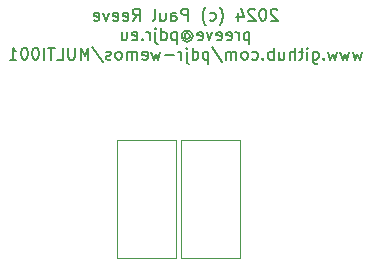
<source format=gbo>
%TF.GenerationSoftware,KiCad,Pcbnew,(5.1.9-0-10_14)*%
%TF.CreationDate,2024-01-23T16:21:58+01:00*%
%TF.ProjectId,mains-psu,6d61696e-732d-4707-9375-2e6b69636164,rev?*%
%TF.SameCoordinates,Original*%
%TF.FileFunction,Legend,Bot*%
%TF.FilePolarity,Positive*%
%FSLAX46Y46*%
G04 Gerber Fmt 4.6, Leading zero omitted, Abs format (unit mm)*
G04 Created by KiCad (PCBNEW (5.1.9-0-10_14)) date 2024-01-23 16:21:58*
%MOMM*%
%LPD*%
G01*
G04 APERTURE LIST*
%ADD10C,0.150000*%
%ADD11C,0.120000*%
G04 APERTURE END LIST*
D10*
X7785714Y2102380D02*
X7738095Y2150000D01*
X7642857Y2197619D01*
X7404761Y2197619D01*
X7309523Y2150000D01*
X7261904Y2102380D01*
X7214285Y2007142D01*
X7214285Y1911904D01*
X7261904Y1769047D01*
X7833333Y1197619D01*
X7214285Y1197619D01*
X6595238Y2197619D02*
X6500000Y2197619D01*
X6404761Y2150000D01*
X6357142Y2102380D01*
X6309523Y2007142D01*
X6261904Y1816666D01*
X6261904Y1578571D01*
X6309523Y1388095D01*
X6357142Y1292857D01*
X6404761Y1245238D01*
X6500000Y1197619D01*
X6595238Y1197619D01*
X6690476Y1245238D01*
X6738095Y1292857D01*
X6785714Y1388095D01*
X6833333Y1578571D01*
X6833333Y1816666D01*
X6785714Y2007142D01*
X6738095Y2102380D01*
X6690476Y2150000D01*
X6595238Y2197619D01*
X5880952Y2102380D02*
X5833333Y2150000D01*
X5738095Y2197619D01*
X5500000Y2197619D01*
X5404761Y2150000D01*
X5357142Y2102380D01*
X5309523Y2007142D01*
X5309523Y1911904D01*
X5357142Y1769047D01*
X5928571Y1197619D01*
X5309523Y1197619D01*
X4452380Y1864285D02*
X4452380Y1197619D01*
X4690476Y2245238D02*
X4928571Y1530952D01*
X4309523Y1530952D01*
X2880952Y816666D02*
X2928571Y864285D01*
X3023809Y1007142D01*
X3071428Y1102380D01*
X3119047Y1245238D01*
X3166666Y1483333D01*
X3166666Y1673809D01*
X3119047Y1911904D01*
X3071428Y2054761D01*
X3023809Y2150000D01*
X2928571Y2292857D01*
X2880952Y2340476D01*
X2071428Y1245238D02*
X2166666Y1197619D01*
X2357142Y1197619D01*
X2452380Y1245238D01*
X2500000Y1292857D01*
X2547619Y1388095D01*
X2547619Y1673809D01*
X2500000Y1769047D01*
X2452380Y1816666D01*
X2357142Y1864285D01*
X2166666Y1864285D01*
X2071428Y1816666D01*
X1738095Y816666D02*
X1690476Y864285D01*
X1595238Y1007142D01*
X1547619Y1102380D01*
X1500000Y1245238D01*
X1452380Y1483333D01*
X1452380Y1673809D01*
X1500000Y1911904D01*
X1547619Y2054761D01*
X1595238Y2150000D01*
X1690476Y2292857D01*
X1738095Y2340476D01*
X214285Y1197619D02*
X214285Y2197619D01*
X-166666Y2197619D01*
X-261904Y2150000D01*
X-309523Y2102380D01*
X-357142Y2007142D01*
X-357142Y1864285D01*
X-309523Y1769047D01*
X-261904Y1721428D01*
X-166666Y1673809D01*
X214285Y1673809D01*
X-1214285Y1197619D02*
X-1214285Y1721428D01*
X-1166666Y1816666D01*
X-1071428Y1864285D01*
X-880952Y1864285D01*
X-785714Y1816666D01*
X-1214285Y1245238D02*
X-1119047Y1197619D01*
X-880952Y1197619D01*
X-785714Y1245238D01*
X-738095Y1340476D01*
X-738095Y1435714D01*
X-785714Y1530952D01*
X-880952Y1578571D01*
X-1119047Y1578571D01*
X-1214285Y1626190D01*
X-2119047Y1864285D02*
X-2119047Y1197619D01*
X-1690476Y1864285D02*
X-1690476Y1340476D01*
X-1738095Y1245238D01*
X-1833333Y1197619D01*
X-1976190Y1197619D01*
X-2071428Y1245238D01*
X-2119047Y1292857D01*
X-2738095Y1197619D02*
X-2642857Y1245238D01*
X-2595238Y1340476D01*
X-2595238Y2197619D01*
X-4452380Y1197619D02*
X-4119047Y1673809D01*
X-3880952Y1197619D02*
X-3880952Y2197619D01*
X-4261904Y2197619D01*
X-4357142Y2150000D01*
X-4404761Y2102380D01*
X-4452380Y2007142D01*
X-4452380Y1864285D01*
X-4404761Y1769047D01*
X-4357142Y1721428D01*
X-4261904Y1673809D01*
X-3880952Y1673809D01*
X-5261904Y1245238D02*
X-5166666Y1197619D01*
X-4976190Y1197619D01*
X-4880952Y1245238D01*
X-4833333Y1340476D01*
X-4833333Y1721428D01*
X-4880952Y1816666D01*
X-4976190Y1864285D01*
X-5166666Y1864285D01*
X-5261904Y1816666D01*
X-5309523Y1721428D01*
X-5309523Y1626190D01*
X-4833333Y1530952D01*
X-6119047Y1245238D02*
X-6023809Y1197619D01*
X-5833333Y1197619D01*
X-5738095Y1245238D01*
X-5690476Y1340476D01*
X-5690476Y1721428D01*
X-5738095Y1816666D01*
X-5833333Y1864285D01*
X-6023809Y1864285D01*
X-6119047Y1816666D01*
X-6166666Y1721428D01*
X-6166666Y1626190D01*
X-5690476Y1530952D01*
X-6499999Y1864285D02*
X-6738095Y1197619D01*
X-6976190Y1864285D01*
X-7738095Y1245238D02*
X-7642857Y1197619D01*
X-7452380Y1197619D01*
X-7357142Y1245238D01*
X-7309523Y1340476D01*
X-7309523Y1721428D01*
X-7357142Y1816666D01*
X-7452380Y1864285D01*
X-7642857Y1864285D01*
X-7738095Y1816666D01*
X-7785714Y1721428D01*
X-7785714Y1626190D01*
X-7309523Y1530952D01*
X5404761Y214285D02*
X5404761Y-785714D01*
X5404761Y166666D02*
X5309523Y214285D01*
X5119047Y214285D01*
X5023809Y166666D01*
X4976190Y119047D01*
X4928571Y23809D01*
X4928571Y-261904D01*
X4976190Y-357142D01*
X5023809Y-404761D01*
X5119047Y-452380D01*
X5309523Y-452380D01*
X5404761Y-404761D01*
X4500000Y-452380D02*
X4500000Y214285D01*
X4500000Y23809D02*
X4452380Y119047D01*
X4404761Y166666D01*
X4309523Y214285D01*
X4214285Y214285D01*
X3500000Y-404761D02*
X3595238Y-452380D01*
X3785714Y-452380D01*
X3880952Y-404761D01*
X3928571Y-309523D01*
X3928571Y71428D01*
X3880952Y166666D01*
X3785714Y214285D01*
X3595238Y214285D01*
X3500000Y166666D01*
X3452380Y71428D01*
X3452380Y-23809D01*
X3928571Y-119047D01*
X2642857Y-404761D02*
X2738095Y-452380D01*
X2928571Y-452380D01*
X3023809Y-404761D01*
X3071428Y-309523D01*
X3071428Y71428D01*
X3023809Y166666D01*
X2928571Y214285D01*
X2738095Y214285D01*
X2642857Y166666D01*
X2595238Y71428D01*
X2595238Y-23809D01*
X3071428Y-119047D01*
X2261904Y214285D02*
X2023809Y-452380D01*
X1785714Y214285D01*
X1023809Y-404761D02*
X1119047Y-452380D01*
X1309523Y-452380D01*
X1404761Y-404761D01*
X1452380Y-309523D01*
X1452380Y71428D01*
X1404761Y166666D01*
X1309523Y214285D01*
X1119047Y214285D01*
X1023809Y166666D01*
X976190Y71428D01*
X976190Y-23809D01*
X1452380Y-119047D01*
X-71428Y23809D02*
X-23809Y71428D01*
X71428Y119047D01*
X166666Y119047D01*
X261904Y71428D01*
X309523Y23809D01*
X357142Y-71428D01*
X357142Y-166666D01*
X309523Y-261904D01*
X261904Y-309523D01*
X166666Y-357142D01*
X71428Y-357142D01*
X-23809Y-309523D01*
X-71428Y-261904D01*
X-71428Y119047D02*
X-71428Y-261904D01*
X-119047Y-309523D01*
X-166666Y-309523D01*
X-261904Y-261904D01*
X-309523Y-166666D01*
X-309523Y71428D01*
X-214285Y214285D01*
X-71428Y309523D01*
X119047Y357142D01*
X309523Y309523D01*
X452380Y214285D01*
X547619Y71428D01*
X595238Y-119047D01*
X547619Y-309523D01*
X452380Y-452380D01*
X309523Y-547619D01*
X119047Y-595238D01*
X-71428Y-547619D01*
X-214285Y-452380D01*
X-738095Y214285D02*
X-738095Y-785714D01*
X-738095Y166666D02*
X-833333Y214285D01*
X-1023809Y214285D01*
X-1119047Y166666D01*
X-1166666Y119047D01*
X-1214285Y23809D01*
X-1214285Y-261904D01*
X-1166666Y-357142D01*
X-1119047Y-404761D01*
X-1023809Y-452380D01*
X-833333Y-452380D01*
X-738095Y-404761D01*
X-2071428Y-452380D02*
X-2071428Y547619D01*
X-2071428Y-404761D02*
X-1976190Y-452380D01*
X-1785714Y-452380D01*
X-1690476Y-404761D01*
X-1642857Y-357142D01*
X-1595238Y-261904D01*
X-1595238Y23809D01*
X-1642857Y119047D01*
X-1690476Y166666D01*
X-1785714Y214285D01*
X-1976190Y214285D01*
X-2071428Y166666D01*
X-2547619Y214285D02*
X-2547619Y-642857D01*
X-2499999Y-738095D01*
X-2404761Y-785714D01*
X-2357142Y-785714D01*
X-2547619Y547619D02*
X-2499999Y500000D01*
X-2547619Y452380D01*
X-2595238Y500000D01*
X-2547619Y547619D01*
X-2547619Y452380D01*
X-3023809Y-452380D02*
X-3023809Y214285D01*
X-3023809Y23809D02*
X-3071428Y119047D01*
X-3119047Y166666D01*
X-3214285Y214285D01*
X-3309523Y214285D01*
X-3642857Y-357142D02*
X-3690476Y-404761D01*
X-3642857Y-452380D01*
X-3595238Y-404761D01*
X-3642857Y-357142D01*
X-3642857Y-452380D01*
X-4499999Y-404761D02*
X-4404761Y-452380D01*
X-4214285Y-452380D01*
X-4119047Y-404761D01*
X-4071428Y-309523D01*
X-4071428Y71428D01*
X-4119047Y166666D01*
X-4214285Y214285D01*
X-4404761Y214285D01*
X-4499999Y166666D01*
X-4547619Y71428D01*
X-4547619Y-23809D01*
X-4071428Y-119047D01*
X-5404761Y214285D02*
X-5404761Y-452380D01*
X-4976190Y214285D02*
X-4976190Y-309523D01*
X-5023809Y-404761D01*
X-5119047Y-452380D01*
X-5261904Y-452380D01*
X-5357142Y-404761D01*
X-5404761Y-357142D01*
X14928571Y-1435714D02*
X14738095Y-2102380D01*
X14547619Y-1626190D01*
X14357142Y-2102380D01*
X14166666Y-1435714D01*
X13880952Y-1435714D02*
X13690476Y-2102380D01*
X13500000Y-1626190D01*
X13309523Y-2102380D01*
X13119047Y-1435714D01*
X12833333Y-1435714D02*
X12642857Y-2102380D01*
X12452380Y-1626190D01*
X12261904Y-2102380D01*
X12071428Y-1435714D01*
X11690476Y-2007142D02*
X11642857Y-2054761D01*
X11690476Y-2102380D01*
X11738095Y-2054761D01*
X11690476Y-2007142D01*
X11690476Y-2102380D01*
X10785714Y-1435714D02*
X10785714Y-2245238D01*
X10833333Y-2340476D01*
X10880952Y-2388095D01*
X10976190Y-2435714D01*
X11119047Y-2435714D01*
X11214285Y-2388095D01*
X10785714Y-2054761D02*
X10880952Y-2102380D01*
X11071428Y-2102380D01*
X11166666Y-2054761D01*
X11214285Y-2007142D01*
X11261904Y-1911904D01*
X11261904Y-1626190D01*
X11214285Y-1530952D01*
X11166666Y-1483333D01*
X11071428Y-1435714D01*
X10880952Y-1435714D01*
X10785714Y-1483333D01*
X10309523Y-2102380D02*
X10309523Y-1435714D01*
X10309523Y-1102380D02*
X10357142Y-1150000D01*
X10309523Y-1197619D01*
X10261904Y-1150000D01*
X10309523Y-1102380D01*
X10309523Y-1197619D01*
X9976190Y-1435714D02*
X9595238Y-1435714D01*
X9833333Y-1102380D02*
X9833333Y-1959523D01*
X9785714Y-2054761D01*
X9690476Y-2102380D01*
X9595238Y-2102380D01*
X9261904Y-2102380D02*
X9261904Y-1102380D01*
X8833333Y-2102380D02*
X8833333Y-1578571D01*
X8880952Y-1483333D01*
X8976190Y-1435714D01*
X9119047Y-1435714D01*
X9214285Y-1483333D01*
X9261904Y-1530952D01*
X7928571Y-1435714D02*
X7928571Y-2102380D01*
X8357142Y-1435714D02*
X8357142Y-1959523D01*
X8309523Y-2054761D01*
X8214285Y-2102380D01*
X8071428Y-2102380D01*
X7976190Y-2054761D01*
X7928571Y-2007142D01*
X7452380Y-2102380D02*
X7452380Y-1102380D01*
X7452380Y-1483333D02*
X7357142Y-1435714D01*
X7166666Y-1435714D01*
X7071428Y-1483333D01*
X7023809Y-1530952D01*
X6976190Y-1626190D01*
X6976190Y-1911904D01*
X7023809Y-2007142D01*
X7071428Y-2054761D01*
X7166666Y-2102380D01*
X7357142Y-2102380D01*
X7452380Y-2054761D01*
X6547619Y-2007142D02*
X6500000Y-2054761D01*
X6547619Y-2102380D01*
X6595238Y-2054761D01*
X6547619Y-2007142D01*
X6547619Y-2102380D01*
X5642857Y-2054761D02*
X5738095Y-2102380D01*
X5928571Y-2102380D01*
X6023809Y-2054761D01*
X6071428Y-2007142D01*
X6119047Y-1911904D01*
X6119047Y-1626190D01*
X6071428Y-1530952D01*
X6023809Y-1483333D01*
X5928571Y-1435714D01*
X5738095Y-1435714D01*
X5642857Y-1483333D01*
X5071428Y-2102380D02*
X5166666Y-2054761D01*
X5214285Y-2007142D01*
X5261904Y-1911904D01*
X5261904Y-1626190D01*
X5214285Y-1530952D01*
X5166666Y-1483333D01*
X5071428Y-1435714D01*
X4928571Y-1435714D01*
X4833333Y-1483333D01*
X4785714Y-1530952D01*
X4738095Y-1626190D01*
X4738095Y-1911904D01*
X4785714Y-2007142D01*
X4833333Y-2054761D01*
X4928571Y-2102380D01*
X5071428Y-2102380D01*
X4309523Y-2102380D02*
X4309523Y-1435714D01*
X4309523Y-1530952D02*
X4261904Y-1483333D01*
X4166666Y-1435714D01*
X4023809Y-1435714D01*
X3928571Y-1483333D01*
X3880952Y-1578571D01*
X3880952Y-2102380D01*
X3880952Y-1578571D02*
X3833333Y-1483333D01*
X3738095Y-1435714D01*
X3595238Y-1435714D01*
X3500000Y-1483333D01*
X3452380Y-1578571D01*
X3452380Y-2102380D01*
X2261904Y-1054761D02*
X3119047Y-2340476D01*
X1928571Y-1435714D02*
X1928571Y-2435714D01*
X1928571Y-1483333D02*
X1833333Y-1435714D01*
X1642857Y-1435714D01*
X1547619Y-1483333D01*
X1500000Y-1530952D01*
X1452380Y-1626190D01*
X1452380Y-1911904D01*
X1500000Y-2007142D01*
X1547619Y-2054761D01*
X1642857Y-2102380D01*
X1833333Y-2102380D01*
X1928571Y-2054761D01*
X595238Y-2102380D02*
X595238Y-1102380D01*
X595238Y-2054761D02*
X690476Y-2102380D01*
X880952Y-2102380D01*
X976190Y-2054761D01*
X1023809Y-2007142D01*
X1071428Y-1911904D01*
X1071428Y-1626190D01*
X1023809Y-1530952D01*
X976190Y-1483333D01*
X880952Y-1435714D01*
X690476Y-1435714D01*
X595238Y-1483333D01*
X119047Y-1435714D02*
X119047Y-2292857D01*
X166666Y-2388095D01*
X261904Y-2435714D01*
X309523Y-2435714D01*
X119047Y-1102380D02*
X166666Y-1150000D01*
X119047Y-1197619D01*
X71428Y-1150000D01*
X119047Y-1102380D01*
X119047Y-1197619D01*
X-357142Y-2102380D02*
X-357142Y-1435714D01*
X-357142Y-1626190D02*
X-404761Y-1530952D01*
X-452380Y-1483333D01*
X-547619Y-1435714D01*
X-642857Y-1435714D01*
X-976190Y-1721428D02*
X-1738095Y-1721428D01*
X-2119047Y-1435714D02*
X-2309523Y-2102380D01*
X-2499999Y-1626190D01*
X-2690476Y-2102380D01*
X-2880952Y-1435714D01*
X-3642857Y-2054761D02*
X-3547619Y-2102380D01*
X-3357142Y-2102380D01*
X-3261904Y-2054761D01*
X-3214285Y-1959523D01*
X-3214285Y-1578571D01*
X-3261904Y-1483333D01*
X-3357142Y-1435714D01*
X-3547619Y-1435714D01*
X-3642857Y-1483333D01*
X-3690476Y-1578571D01*
X-3690476Y-1673809D01*
X-3214285Y-1769047D01*
X-4119047Y-2102380D02*
X-4119047Y-1435714D01*
X-4119047Y-1530952D02*
X-4166666Y-1483333D01*
X-4261904Y-1435714D01*
X-4404761Y-1435714D01*
X-4499999Y-1483333D01*
X-4547619Y-1578571D01*
X-4547619Y-2102380D01*
X-4547619Y-1578571D02*
X-4595238Y-1483333D01*
X-4690476Y-1435714D01*
X-4833333Y-1435714D01*
X-4928571Y-1483333D01*
X-4976190Y-1578571D01*
X-4976190Y-2102380D01*
X-5595238Y-2102380D02*
X-5499999Y-2054761D01*
X-5452380Y-2007142D01*
X-5404761Y-1911904D01*
X-5404761Y-1626190D01*
X-5452380Y-1530952D01*
X-5499999Y-1483333D01*
X-5595238Y-1435714D01*
X-5738095Y-1435714D01*
X-5833333Y-1483333D01*
X-5880952Y-1530952D01*
X-5928571Y-1626190D01*
X-5928571Y-1911904D01*
X-5880952Y-2007142D01*
X-5833333Y-2054761D01*
X-5738095Y-2102380D01*
X-5595238Y-2102380D01*
X-6309523Y-2054761D02*
X-6404761Y-2102380D01*
X-6595238Y-2102380D01*
X-6690476Y-2054761D01*
X-6738095Y-1959523D01*
X-6738095Y-1911904D01*
X-6690476Y-1816666D01*
X-6595238Y-1769047D01*
X-6452380Y-1769047D01*
X-6357142Y-1721428D01*
X-6309523Y-1626190D01*
X-6309523Y-1578571D01*
X-6357142Y-1483333D01*
X-6452380Y-1435714D01*
X-6595238Y-1435714D01*
X-6690476Y-1483333D01*
X-7880952Y-1054761D02*
X-7023809Y-2340476D01*
X-8214285Y-2102380D02*
X-8214285Y-1102380D01*
X-8547619Y-1816666D01*
X-8880952Y-1102380D01*
X-8880952Y-2102380D01*
X-9357142Y-1102380D02*
X-9357142Y-1911904D01*
X-9404761Y-2007142D01*
X-9452380Y-2054761D01*
X-9547619Y-2102380D01*
X-9738095Y-2102380D01*
X-9833333Y-2054761D01*
X-9880952Y-2007142D01*
X-9928571Y-1911904D01*
X-9928571Y-1102380D01*
X-10880952Y-2102380D02*
X-10404761Y-2102380D01*
X-10404761Y-1102380D01*
X-11071428Y-1102380D02*
X-11642857Y-1102380D01*
X-11357142Y-2102380D02*
X-11357142Y-1102380D01*
X-11976190Y-2102380D02*
X-11976190Y-1102380D01*
X-12642857Y-1102380D02*
X-12738095Y-1102380D01*
X-12833333Y-1150000D01*
X-12880952Y-1197619D01*
X-12928571Y-1292857D01*
X-12976190Y-1483333D01*
X-12976190Y-1721428D01*
X-12928571Y-1911904D01*
X-12880952Y-2007142D01*
X-12833333Y-2054761D01*
X-12738095Y-2102380D01*
X-12642857Y-2102380D01*
X-12547619Y-2054761D01*
X-12499999Y-2007142D01*
X-12452380Y-1911904D01*
X-12404761Y-1721428D01*
X-12404761Y-1483333D01*
X-12452380Y-1292857D01*
X-12499999Y-1197619D01*
X-12547619Y-1150000D01*
X-12642857Y-1102380D01*
X-13595238Y-1102380D02*
X-13690476Y-1102380D01*
X-13785714Y-1150000D01*
X-13833333Y-1197619D01*
X-13880952Y-1292857D01*
X-13928571Y-1483333D01*
X-13928571Y-1721428D01*
X-13880952Y-1911904D01*
X-13833333Y-2007142D01*
X-13785714Y-2054761D01*
X-13690476Y-2102380D01*
X-13595238Y-2102380D01*
X-13499999Y-2054761D01*
X-13452380Y-2007142D01*
X-13404761Y-1911904D01*
X-13357142Y-1721428D01*
X-13357142Y-1483333D01*
X-13404761Y-1292857D01*
X-13452380Y-1197619D01*
X-13499999Y-1150000D01*
X-13595238Y-1102380D01*
X-14880952Y-2102380D02*
X-14309523Y-2102380D01*
X-14595238Y-2102380D02*
X-14595238Y-1102380D01*
X-14499999Y-1245238D01*
X-14404761Y-1340476D01*
X-14309523Y-1388095D01*
D11*
%TO.C,J2*%
X-800000Y-18900000D02*
X-800000Y-8900000D01*
X-5800000Y-18900000D02*
X-800000Y-18900000D01*
X-5800000Y-8900000D02*
X-5800000Y-18900000D01*
X-800000Y-8900000D02*
X-5800000Y-8900000D01*
%TO.C,J1*%
X-400000Y-8900000D02*
X-400000Y-18900000D01*
X4600000Y-8900000D02*
X-400000Y-8900000D01*
X4600000Y-18900000D02*
X4600000Y-8900000D01*
X-400000Y-18900000D02*
X4600000Y-18900000D01*
%TD*%
M02*

</source>
